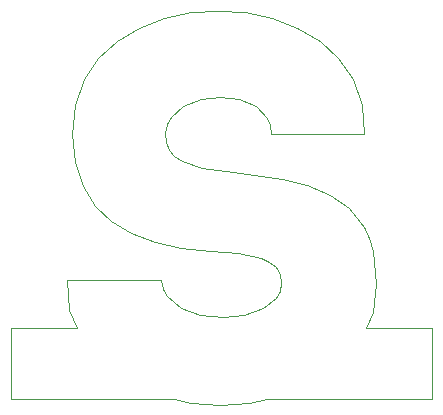
<source format=gm1>
G04 #@! TF.FileFunction,Profile,NP*
%FSLAX46Y46*%
G04 Gerber Fmt 4.6, Leading zero omitted, Abs format (unit mm)*
G04 Created by KiCad (PCBNEW 4.0.0-rc2-stable) date 3/3/2016 3:47:34 PM*
%MOMM*%
G01*
G04 APERTURE LIST*
%ADD10C,0.150000*%
%ADD11C,0.100000*%
G04 APERTURE END LIST*
D10*
D11*
X64310000Y-51620000D02*
X61870000Y-51460000D01*
X61870000Y-51460000D02*
X60390000Y-51150000D01*
X60390000Y-51150000D02*
X46630000Y-51150000D01*
X46630000Y-51150000D02*
X46630000Y-45150000D01*
X46630000Y-45150000D02*
X52170000Y-45150000D01*
X52170000Y-45150000D02*
X51570000Y-43610000D01*
X51570000Y-43610000D02*
X51330000Y-41100000D01*
X51330000Y-41100000D02*
X51330000Y-41100000D01*
X51330000Y-41100000D02*
X59350000Y-41100000D01*
X59350000Y-41100000D02*
X59460000Y-41840000D01*
X59460000Y-41840000D02*
X59790000Y-42470000D01*
X59790000Y-42470000D02*
X60970000Y-43440000D01*
X60970000Y-43440000D02*
X62640000Y-44020000D01*
X62640000Y-44020000D02*
X64540000Y-44200000D01*
X64540000Y-44200000D02*
X66370000Y-44020000D01*
X66370000Y-44020000D02*
X67970000Y-43460000D01*
X67970000Y-43460000D02*
X69080000Y-42560000D01*
X69080000Y-42560000D02*
X69390000Y-41990000D01*
X69390000Y-41990000D02*
X69490000Y-41330000D01*
X69490000Y-41330000D02*
X69380000Y-40550000D01*
X69380000Y-40550000D02*
X69030000Y-39970000D01*
X69030000Y-39970000D02*
X68480000Y-39530000D01*
X68480000Y-39530000D02*
X67760000Y-39200000D01*
X67760000Y-39200000D02*
X65860000Y-38830000D01*
X65860000Y-38830000D02*
X63560000Y-38650000D01*
X63560000Y-38650000D02*
X61050000Y-38360000D01*
X61050000Y-38360000D02*
X58770000Y-37860000D01*
X58770000Y-37860000D02*
X56770000Y-37120000D01*
X56770000Y-37120000D02*
X55090000Y-36100000D01*
X55090000Y-36100000D02*
X53720000Y-34780000D01*
X53720000Y-34780000D02*
X52700000Y-33130000D01*
X52700000Y-33130000D02*
X52040000Y-31120000D01*
X52040000Y-31120000D02*
X51800000Y-28690000D01*
X51800000Y-28690000D02*
X52020000Y-26220000D01*
X52020000Y-26220000D02*
X52790000Y-24100000D01*
X52790000Y-24100000D02*
X54010000Y-22310000D01*
X54010000Y-22310000D02*
X55570000Y-20850000D01*
X55570000Y-20850000D02*
X57440000Y-19720000D01*
X57440000Y-19720000D02*
X59560000Y-18910000D01*
X59560000Y-18910000D02*
X61820000Y-18420000D01*
X61820000Y-18420000D02*
X64120000Y-18260000D01*
X64120000Y-18260000D02*
X66450000Y-18420000D01*
X66450000Y-18420000D02*
X68730000Y-18910000D01*
X68730000Y-18910000D02*
X70860000Y-19720000D01*
X70860000Y-19720000D02*
X72740000Y-20850000D01*
X72740000Y-20850000D02*
X74320000Y-22310000D01*
X74320000Y-22310000D02*
X75540000Y-24100000D01*
X75540000Y-24100000D02*
X76310000Y-26220000D01*
X76310000Y-26220000D02*
X76540000Y-28690000D01*
X76540000Y-28690000D02*
X76540000Y-28690000D01*
X76540000Y-28690000D02*
X68660000Y-28690000D01*
X68660000Y-28690000D02*
X68570000Y-27950000D01*
X68570000Y-27950000D02*
X68290000Y-27320000D01*
X68290000Y-27320000D02*
X67320000Y-26350000D01*
X67320000Y-26350000D02*
X65950000Y-25770000D01*
X65950000Y-25770000D02*
X64350000Y-25580000D01*
X64350000Y-25580000D02*
X62680000Y-25770000D01*
X62680000Y-25770000D02*
X61200000Y-26320000D01*
X61200000Y-26320000D02*
X60140000Y-27270000D01*
X60140000Y-27270000D02*
X59810000Y-27890000D01*
X59810000Y-27890000D02*
X59670000Y-28590000D01*
X59670000Y-28590000D02*
X59700000Y-29430000D01*
X59700000Y-29430000D02*
X59980000Y-30100000D01*
X59980000Y-30100000D02*
X60450000Y-30620000D01*
X60450000Y-30620000D02*
X61090000Y-31020000D01*
X61090000Y-31020000D02*
X62780000Y-31560000D01*
X62780000Y-31560000D02*
X64820000Y-31880000D01*
X64820000Y-31880000D02*
X69520000Y-32530000D01*
X69520000Y-32530000D02*
X71680000Y-33040000D01*
X71680000Y-33040000D02*
X73590000Y-33850000D01*
X73590000Y-33850000D02*
X75210000Y-35000000D01*
X75210000Y-35000000D02*
X76470000Y-36560000D01*
X76470000Y-36560000D02*
X76950000Y-37520000D01*
X76950000Y-37520000D02*
X77280000Y-38650000D01*
X77280000Y-38650000D02*
X77560000Y-41380000D01*
X77560000Y-41380000D02*
X77270000Y-43770000D01*
X77270000Y-43770000D02*
X76710000Y-45150000D01*
X76710000Y-45150000D02*
X82260000Y-45150000D01*
X82260000Y-45150000D02*
X82260000Y-51150000D01*
X82260000Y-51150000D02*
X68270000Y-51150000D01*
X68270000Y-51150000D02*
X66770000Y-51460000D01*
X66770000Y-51460000D02*
X64310000Y-51620000D01*
X64310000Y-51620000D02*
X64310000Y-51620000D01*
X64310000Y-51620000D02*
X64310000Y-51620000D01*
M02*

</source>
